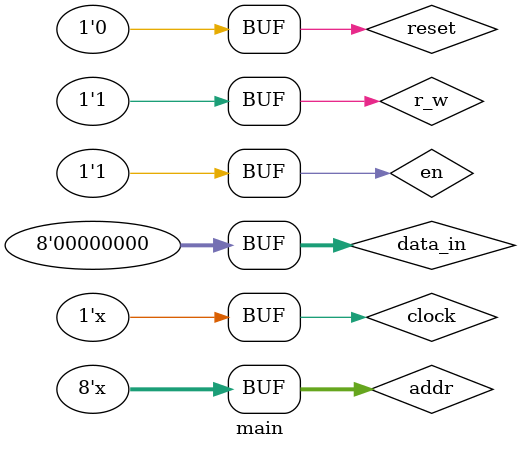
<source format=v>
module memory(input clock, reset, en, r_w, input [7:0] abus, input [7:0] dbus_in, output [7:0] dbus_out);
reg [7:0] m [0:128];
reg [7:0] data;
reg [7:0] i;

    always @(posedge clock) 
    begin
        if (reset == 1)
        begin
            m[0] <= 8'h00;
            m[1] <= 8'h01;
            m[2] <= 8'h02;
            m[3] <= 8'h03;
            m[4] <= 8'h04;
            data = 8'h00;
        end
        else if (en == 1 && r_w == 0) // r_w==0:write
        begin
            data = dbus_in;
            m[abus] = dbus_in;
        end
        else if (en == 1 && r_w == 1) // r_w==1:read
            data = m[abus];
        else
            data = 8'hZZ;
    end
    assign dbus_out = data;
endmodule

module main;
reg clock, reset, en, r_w;
reg [7:0] addr;
reg [7:0] data_in;
wire [7:0] dbus_out;

memory DUT (.clock(clock), .reset(reset), .en(en), .r_w(r_w), .abus(addr), .dbus_in(data_in), .dbus_out(dbus_out));

initial // reset¡G³]©w memory ¤º®e¬° 0,1,2,....,127
begin
  clock = 0;
  reset = 1;
  en = 0;
  r_w = 1; // r_w=1:Åª¨ú¼Ò¦¡
  #75;
  en = 1;
  reset = 0;
  addr = 0;
  #500;
  addr = 1;
  r_w = 0; // ¼g¤J¼Ò¦¡
  data_in = 8'h3A;
  #100;
  addr = 0;
  r_w = 1; // Åª¨ú¼Ò¦¡
  data_in = 0;
end

always #50 clock = clock + 1; 

always #200 
begin
 addr=addr+1;
end

endmodule

</source>
